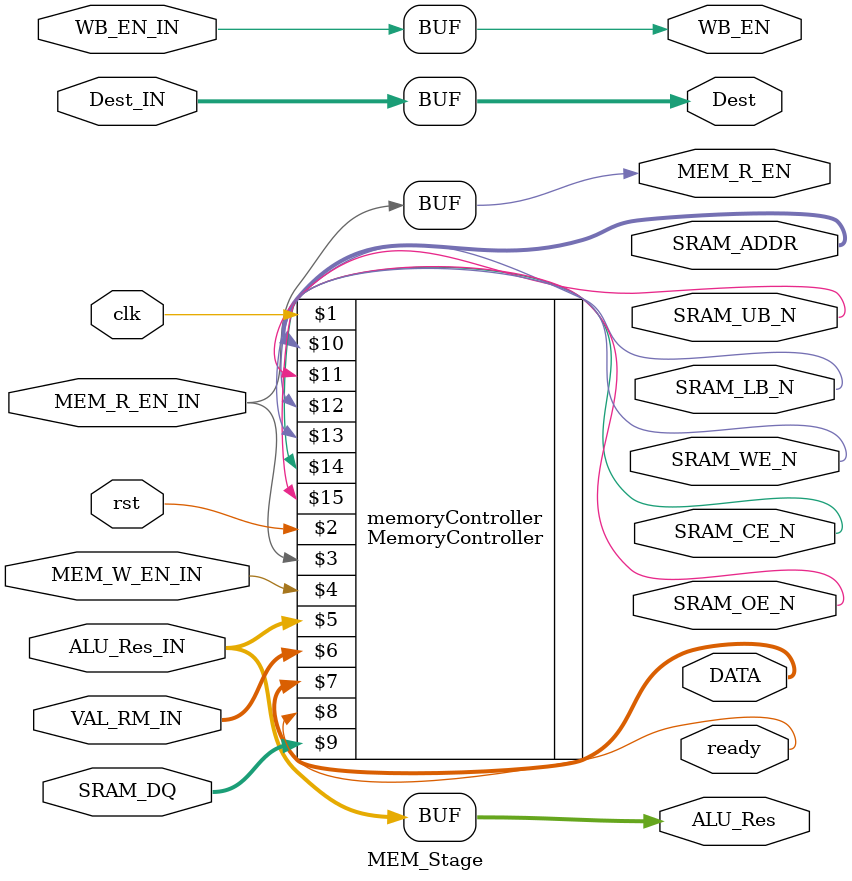
<source format=sv>
module MEM_Stage(
	input clk, rst, WB_EN_IN, MEM_R_EN_IN, MEM_W_EN_IN,
	input [31:0] ALU_Res_IN, VAL_RM_IN, Dest_IN,
	
	output WB_EN, MEM_R_EN, 
	output [31:0] ALU_Res, DATA, Dest,

	output ready,

	inout [15:0] SRAM_DQ,
	output [17:0] SRAM_ADDR,
	output SRAM_UB_N,
	output SRAM_LB_N,
	output SRAM_WE_N,
	output SRAM_CE_N,
	output SRAM_OE_N
);

	MemoryController memoryController(clk, rst, MEM_R_EN_IN, MEM_W_EN_IN, ALU_Res_IN, VAL_RM_IN, DATA,
									  ready, SRAM_DQ, SRAM_ADDR, SRAM_UB_N, SRAM_LB_N, SRAM_WE_N, SRAM_CE_N, SRAM_OE_N);
	
	assign WB_EN = WB_EN_IN;
	assign MEM_R_EN = MEM_R_EN_IN;
	assign ALU_Res = ALU_Res_IN;
	assign Dest = Dest_IN;

endmodule

</source>
